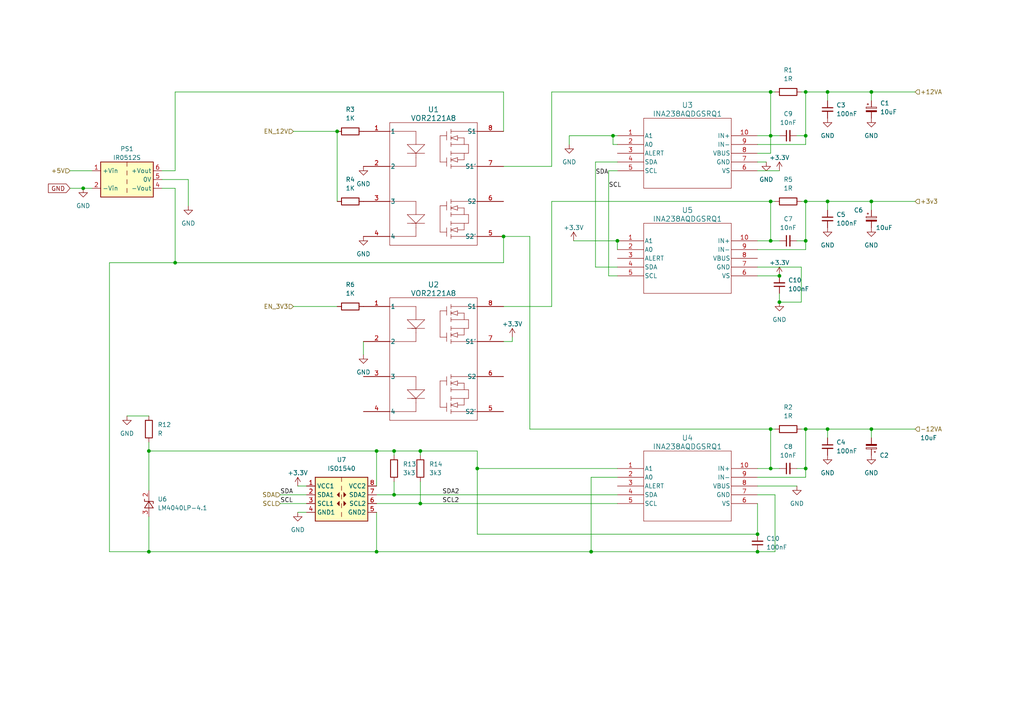
<source format=kicad_sch>
(kicad_sch (version 20230121) (generator eeschema)
  (paper "A4")
  (lib_symbols
    (symbol "Converter_DCDC:IR0512S"
      (property "Reference" "PS1" (at 0 8.89 0))
      (property "Value" "IR0512S" (at 0 6.35 0))
      (symbol "IR0512S_0_0"
        (pin power_in line (at -10.16 2.54 0) (length 2.54) (name "+Vin") (number "1"))
        (pin power_in line (at -10.16 -2.54 0) (length 2.54) (name "-Vin") (number "2"))
        (pin power_out line (at 10.16 -2.54 180) (length 2.54) (name "-Vout") (number "4"))
        (pin power_out line (at 10.16 0 180) (length 2.54) (name "0V") (number "5"))
        (pin power_out line (at 10.16 2.54 180) (length 2.54) (name "+Vout") (number "6"))
      )
      (symbol "IR0512S_0_1"
        (rectangle (start -7.62 5.08) (end 7.62 -5.08) (stroke (width 0.254)) (fill (type background)))
        (polyline (pts (xy 0 -2.54) (xy 0 -3.81)))
        (polyline (pts (xy 0 0) (xy 0 -1.27)))
        (polyline (pts (xy 0 2.54) (xy 0 1.27)))
        (polyline (pts (xy 0 5.08) (xy 0 3.81)))
      )
      (symbol "IR0512S_1_1"
        (pin no_connect line (at 0 -5.08 90) (length 2.54) hide (name "NC") (number "3"))
      )
    )
    (symbol "Device:C_Polarized_Small" (pin_numbers hide) (pin_names (offset 0.254) hide)
      (property "Reference" "C" (at 0.254 1.778 0))
      (property "Value" "C_Polarized_Small" (at 0.254 -2.032 0))
      (symbol "C_Polarized_Small_0_1"
        (rectangle (start -1.524 -0.3048) (end 1.524 -0.6858) (fill (type outline)))
        (rectangle (start -1.524 0.6858) (end 1.524 0.3048))
        (polyline (pts (xy -1.27 1.524) (xy -0.762 1.524)))
        (polyline (pts (xy -1.016 1.27) (xy -1.016 1.778)))
      )
      (symbol "C_Polarized_Small_1_1"
        (pin passive line (at 0 2.54 270) (length 1.8542) (name "~") (number "1"))
        (pin passive line (at 0 -2.54 90) (length 1.8542) (name "~") (number "2"))
      )
    )
    (symbol "Device:C_Small" (pin_numbers hide) (pin_names (offset 0.254) hide)
      (property "Reference" "C" (at 0.254 1.778 0))
      (property "Value" "C_Small" (at 0.254 -2.032 0))
      (symbol "C_Small_0_1"
        (polyline (pts (xy -1.524 -0.508) (xy 1.524 -0.508)) (stroke (width 0.3302)))
        (polyline (pts (xy -1.524 0.508) (xy 1.524 0.508)) (stroke (width 0.3048)))
      )
      (symbol "C_Small_1_1"
        (pin passive line (at 0 2.54 270) (length 2.032) (name "~") (number "1"))
        (pin passive line (at 0 -2.54 90) (length 2.032) (name "~") (number "2"))
      )
    )
    (symbol "Device:R" (pin_numbers hide) (pin_names (offset 0))
      (property "Reference" "R" (at 2.032 0 90))
      (property "Value" "R" (at 0 0 90))
      (symbol "R_0_1"
        (rectangle (start -1.016 -2.54) (end 1.016 2.54) (stroke (width 0.254)))
      )
      (symbol "R_1_1"
        (pin passive line (at 0 3.81 270) (length 1.27) (name "~") (number "1"))
        (pin passive line (at 0 -3.81 90) (length 1.27) (name "~") (number "2"))
      )
    )
    (symbol "Isolator:ISO1540"
      (property "Reference" "U" (at -6.35 6.35 0))
      (property "Value" "ISO1540" (at 3.81 6.35 0))
      (symbol "ISO1540_0_1"
        (rectangle (start -7.62 5.08) (end 7.62 -7.62) (stroke (width 0.254)) (fill (type background)))
        (rectangle (start 0 -5.08) (end 0 -6.35))
        (polyline (pts (xy 0 -2.54) (xy 0 -3.81)))
        (polyline (pts (xy 0 0) (xy 0 -1.27)))
        (polyline (pts (xy 0 2.54) (xy 0 1.27)))
        (polyline (pts (xy 0 5.08) (xy 0 3.81)))
        (polyline (pts (xy -0.635 0.635) (xy -1.27 0) (xy -0.635 -0.635) (xy -0.635 0.635)) (fill (type outline)))
        (polyline (pts (xy 0.635 -1.905) (xy 1.27 -2.54) (xy 0.635 -3.175) (xy 0.635 -1.905)) (fill (type outline)))
        (polyline (pts (xy 0.635 0.635) (xy 1.27 0) (xy 0.635 -0.635) (xy 0.635 0.635)) (fill (type outline)))
      )
      (symbol "ISO1540_1_1"
        (polyline (pts (xy -0.635 -1.905) (xy -1.27 -2.54) (xy -0.635 -3.175) (xy -0.635 -1.905)) (fill (type outline)))
        (pin power_in line (at -10.16 2.54 0) (length 2.54) (name "VCC1") (number "1"))
        (pin bidirectional line (at -10.16 0 0) (length 2.54) (name "SDA1") (number "2"))
        (pin bidirectional line (at -10.16 -2.54 0) (length 2.54) (name "SCL1") (number "3"))
        (pin power_in line (at -10.16 -5.08 0) (length 2.54) (name "GND1") (number "4"))
        (pin power_in line (at 10.16 -5.08 180) (length 2.54) (name "GND2") (number "5"))
        (pin bidirectional line (at 10.16 -2.54 180) (length 2.54) (name "SCL2") (number "6"))
        (pin bidirectional line (at 10.16 0 180) (length 2.54) (name "SDA2") (number "7"))
        (pin power_in line (at 10.16 2.54 180) (length 2.54) (name "VCC2") (number "8"))
      )
    )
    (symbol "Power_Management:INA238AQDGSRQ1" (pin_names (offset 0.254))
      (property "Reference" "U" (at 20.32 10.16 0))
      (property "Value" "INA238AQDGSRQ1" (at 20.32 7.62 0))
      (symbol "INA238AQDGSRQ1_0_1"
        (polyline (pts (xy 7.62 -15.24) (xy 33.02 -15.24)) (stroke (width 0.127)))
        (polyline (pts (xy 7.62 5.08) (xy 7.62 -15.24)) (stroke (width 0.127)))
        (polyline (pts (xy 33.02 -15.24) (xy 33.02 5.08)) (stroke (width 0.127)))
        (polyline (pts (xy 33.02 5.08) (xy 7.62 5.08)) (stroke (width 0.127)))
        (pin input line (at 0 0 0) (length 7.62) (name "A1") (number "1"))
        (pin input line (at 40.64 0 180) (length 7.62) (name "IN+") (number "10"))
        (pin input line (at 0 -2.54 0) (length 7.62) (name "A0") (number "2"))
        (pin output line (at 0 -5.08 0) (length 7.62) (name "ALERT") (number "3"))
        (pin bidirectional line (at 0 -7.62 0) (length 7.62) (name "SDA") (number "4"))
        (pin input line (at 0 -10.16 0) (length 7.62) (name "SCL") (number "5"))
        (pin power_in line (at 40.64 -10.16 180) (length 7.62) (name "VS") (number "6"))
        (pin power_out line (at 40.64 -7.62 180) (length 7.62) (name "GND") (number "7"))
        (pin input line (at 40.64 -5.08 180) (length 7.62) (name "VBUS") (number "8"))
        (pin input line (at 40.64 -2.54 180) (length 7.62) (name "IN-") (number "9"))
      )
    )
    (symbol "Reference_Voltage:LM4040LP-4.1" (pin_names (offset 0.0254) hide)
      (property "Reference" "U" (at 0 2.54 0))
      (property "Value" "LM4040LP-4.1" (at 0 -3.175 0))
      (symbol "LM4040LP-4.1_0_1"
        (polyline (pts (xy -1.27 0) (xy 0 0) (xy 1.27 0)))
        (polyline (pts (xy -1.27 -1.27) (xy 0.635 0) (xy -1.27 1.27) (xy -1.27 -1.27)) (stroke (width 0.2032)))
        (polyline (pts (xy 0 -1.27) (xy 0.635 -1.27) (xy 0.635 1.27) (xy 1.27 1.27)) (stroke (width 0.2032)))
      )
      (symbol "LM4040LP-4.1_1_1"
        (pin passive line (at 3.81 0 180) (length 2.54) (name "K") (number "2"))
        (pin passive line (at -3.81 0 0) (length 2.54) (name "A") (number "3"))
      )
    )
    (symbol "Relay_SolidState:VOR2121A8" (pin_names (offset 0.254))
      (property "Reference" "U" (at 20.32 7.62 0))
      (property "Value" "VOR2121A8" (at 20.32 5.08 0))
      (symbol "VOR2121A8_0_1"
        (polyline (pts (xy 7.62 -33.02) (xy 33.02 -33.02)) (stroke (width 0.127)))
        (polyline (pts (xy 7.62 -30.48) (xy 15.24 -30.48)) (stroke (width 0.127)))
        (polyline (pts (xy 7.62 -20.32) (xy 15.24 -20.32)) (stroke (width 0.127)))
        (polyline (pts (xy 7.62 -10.16) (xy 15.24 -10.16)) (stroke (width 0.127)))
        (polyline (pts (xy 7.62 0) (xy 15.24 0)) (stroke (width 0.127)))
        (polyline (pts (xy 7.62 2.54) (xy 7.62 -33.02)) (stroke (width 0.127)))
        (polyline (pts (xy 12.7 -24.13) (xy 17.78 -24.13)) (stroke (width 0.127)))
        (polyline (pts (xy 12.7 -3.81) (xy 17.78 -3.81)) (stroke (width 0.127)))
        (polyline (pts (xy 15.24 -30.48) (xy 15.24 -27.94)) (stroke (width 0.127)))
        (polyline (pts (xy 15.24 -27.94) (xy 15.24 -26.67)) (stroke (width 0.127)))
        (polyline (pts (xy 15.24 -26.67) (xy 12.7 -26.67)) (stroke (width 0.127)))
        (polyline (pts (xy 15.24 -26.67) (xy 12.7 -24.13)) (stroke (width 0.127)))
        (polyline (pts (xy 15.24 -26.67) (xy 13.97 -26.67)) (stroke (width 0.127)))
        (polyline (pts (xy 15.24 -26.67) (xy 17.78 -26.67)) (stroke (width 0.127)))
        (polyline (pts (xy 15.24 -24.13) (xy 15.24 -20.32)) (stroke (width 0.127)))
        (polyline (pts (xy 15.24 -10.16) (xy 15.24 -7.62)) (stroke (width 0.127)))
        (polyline (pts (xy 15.24 -7.62) (xy 15.24 -6.35)) (stroke (width 0.127)))
        (polyline (pts (xy 15.24 -6.35) (xy 12.7 -6.35)) (stroke (width 0.127)))
        (polyline (pts (xy 15.24 -6.35) (xy 12.7 -3.81)) (stroke (width 0.127)))
        (polyline (pts (xy 15.24 -6.35) (xy 13.97 -6.35)) (stroke (width 0.127)))
        (polyline (pts (xy 15.24 -6.35) (xy 17.78 -6.35)) (stroke (width 0.127)))
        (polyline (pts (xy 15.24 -3.81) (xy 15.24 0)) (stroke (width 0.127)))
        (polyline (pts (xy 17.78 -24.13) (xy 15.24 -26.67)) (stroke (width 0.127)))
        (polyline (pts (xy 17.78 -3.81) (xy 15.24 -6.35)) (stroke (width 0.127)))
        (polyline (pts (xy 22.225 -29.21) (xy 22.225 -21.59)) (stroke (width 0.127)))
        (polyline (pts (xy 22.225 -21.59) (xy 24.13 -21.59)) (stroke (width 0.127)))
        (polyline (pts (xy 22.225 -8.89) (xy 22.225 -1.27)) (stroke (width 0.127)))
        (polyline (pts (xy 22.225 -1.27) (xy 24.13 -1.27)) (stroke (width 0.127)))
        (polyline (pts (xy 24.13 -30.48) (xy 24.13 -27.94)) (stroke (width 0.127)))
        (polyline (pts (xy 24.13 -29.21) (xy 22.225 -29.21)) (stroke (width 0.127)))
        (polyline (pts (xy 24.13 -20.32) (xy 24.13 -22.86)) (stroke (width 0.127)))
        (polyline (pts (xy 24.13 -10.16) (xy 24.13 -7.62)) (stroke (width 0.127)))
        (polyline (pts (xy 24.13 -8.89) (xy 22.225 -8.89)) (stroke (width 0.127)))
        (polyline (pts (xy 24.13 0) (xy 24.13 -2.54)) (stroke (width 0.127)))
        (polyline (pts (xy 25.4 -29.845) (xy 25.4 -31.115)) (stroke (width 0.127)))
        (polyline (pts (xy 25.4 -29.21) (xy 25.4 -27.94)) (stroke (width 0.127)))
        (polyline (pts (xy 25.4 -28.575) (xy 27.305 -27.94)) (stroke (width 0.127)))
        (polyline (pts (xy 25.4 -27.305) (xy 25.4 -26.035)) (stroke (width 0.127)))
        (polyline (pts (xy 25.4 -26.67) (xy 30.48 -26.67)) (stroke (width 0.127)))
        (polyline (pts (xy 25.4 -23.495) (xy 25.4 -24.765)) (stroke (width 0.127)))
        (polyline (pts (xy 25.4 -22.225) (xy 25.4 -22.86)) (stroke (width 0.127)))
        (polyline (pts (xy 25.4 -22.225) (xy 25.4 -21.59)) (stroke (width 0.127)))
        (polyline (pts (xy 25.4 -22.225) (xy 27.305 -21.59)) (stroke (width 0.127)))
        (polyline (pts (xy 25.4 -19.685) (xy 25.4 -20.955)) (stroke (width 0.127)))
        (polyline (pts (xy 25.4 -9.525) (xy 25.4 -10.795)) (stroke (width 0.127)))
        (polyline (pts (xy 25.4 -8.89) (xy 25.4 -7.62)) (stroke (width 0.127)))
        (polyline (pts (xy 25.4 -8.255) (xy 27.305 -7.62)) (stroke (width 0.127)))
        (polyline (pts (xy 25.4 -6.985) (xy 25.4 -5.715)) (stroke (width 0.127)))
        (polyline (pts (xy 25.4 -6.35) (xy 30.48 -6.35)) (stroke (width 0.127)))
        (polyline (pts (xy 25.4 -3.175) (xy 25.4 -4.445)) (stroke (width 0.127)))
        (polyline (pts (xy 25.4 -1.905) (xy 25.4 -2.54)) (stroke (width 0.127)))
        (polyline (pts (xy 25.4 -1.905) (xy 25.4 -1.27)) (stroke (width 0.127)))
        (polyline (pts (xy 25.4 -1.905) (xy 27.305 -1.27)) (stroke (width 0.127)))
        (polyline (pts (xy 25.4 0.635) (xy 25.4 -0.635)) (stroke (width 0.127)))
        (polyline (pts (xy 27.305 -29.21) (xy 25.4 -28.575)) (stroke (width 0.127)))
        (polyline (pts (xy 27.305 -28.575) (xy 29.21 -28.575)) (stroke (width 0.127)))
        (polyline (pts (xy 27.305 -27.94) (xy 27.305 -29.21)) (stroke (width 0.127)))
        (polyline (pts (xy 27.305 -22.86) (xy 25.4 -22.225)) (stroke (width 0.127)))
        (polyline (pts (xy 27.305 -22.225) (xy 29.21 -22.225)) (stroke (width 0.127)))
        (polyline (pts (xy 27.305 -21.59) (xy 27.305 -22.86)) (stroke (width 0.127)))
        (polyline (pts (xy 27.305 -8.89) (xy 25.4 -8.255)) (stroke (width 0.127)))
        (polyline (pts (xy 27.305 -8.255) (xy 29.21 -8.255)) (stroke (width 0.127)))
        (polyline (pts (xy 27.305 -7.62) (xy 27.305 -8.89)) (stroke (width 0.127)))
        (polyline (pts (xy 27.305 -2.54) (xy 25.4 -1.905)) (stroke (width 0.127)))
        (polyline (pts (xy 27.305 -1.905) (xy 29.21 -1.905)) (stroke (width 0.127)))
        (polyline (pts (xy 27.305 -1.27) (xy 27.305 -2.54)) (stroke (width 0.127)))
        (polyline (pts (xy 29.21 -28.575) (xy 29.21 -26.67)) (stroke (width 0.127)))
        (polyline (pts (xy 29.21 -22.225) (xy 29.21 -24.13)) (stroke (width 0.127)))
        (polyline (pts (xy 29.21 -8.255) (xy 29.21 -6.35)) (stroke (width 0.127)))
        (polyline (pts (xy 29.21 -1.905) (xy 29.21 -3.81)) (stroke (width 0.127)))
        (polyline (pts (xy 30.48 -26.67) (xy 30.48 -24.13)) (stroke (width 0.127)))
        (polyline (pts (xy 30.48 -24.13) (xy 25.4 -24.13)) (stroke (width 0.127)))
        (polyline (pts (xy 30.48 -6.35) (xy 30.48 -3.81)) (stroke (width 0.127)))
        (polyline (pts (xy 30.48 -3.81) (xy 25.4 -3.81)) (stroke (width 0.127)))
        (polyline (pts (xy 33.02 -33.02) (xy 33.02 2.54)) (stroke (width 0.127)))
        (polyline (pts (xy 33.02 -30.48) (xy 25.4 -30.48)) (stroke (width 0.127)))
        (polyline (pts (xy 33.02 -20.32) (xy 25.4 -20.32)) (stroke (width 0.127)))
        (polyline (pts (xy 33.02 -10.16) (xy 25.4 -10.16)) (stroke (width 0.127)))
        (polyline (pts (xy 33.02 0) (xy 25.4 0)) (stroke (width 0.127)))
        (polyline (pts (xy 33.02 2.54) (xy 7.62 2.54)) (stroke (width 0.127)))
        (pin unspecified line (at 0 0 0) (length 7.62) (name "1") (number "1"))
        (pin unspecified line (at 0 -10.16 0) (length 7.62) (name "2") (number "2"))
        (pin unspecified line (at 0 -20.32 0) (length 7.62) (name "3") (number "3"))
        (pin unspecified line (at 0 -30.48 0) (length 7.62) (name "4") (number "4"))
        (pin unspecified line (at 40.64 -30.48 180) (length 7.62) (name "S2'") (number "5"))
        (pin bidirectional line (at 40.64 -20.32 180) (length 7.62) (name "S2") (number "6"))
        (pin bidirectional line (at 40.64 -10.16 180) (length 7.62) (name "S1'") (number "7"))
        (pin bidirectional line (at 40.64 0 180) (length 7.62) (name "S1") (number "8"))
      )
    )
    (symbol "power:+3.3V" (power) (pin_names (offset 0))
      (property "Value" "+3.3V" (at 0 3.556 0))
      (symbol "+3.3V_0_1"
        (polyline (pts (xy -0.762 1.27) (xy 0 2.54)))
        (polyline (pts (xy 0 0) (xy 0 2.54)))
        (polyline (pts (xy 0 2.54) (xy 0.762 1.27)))
      )
      (symbol "+3.3V_1_1"
        (pin power_in line (at 0 0 90) (length 0) hide (name "+3.3V") (number "1"))
      )
    )
    (symbol "power:GND" (power) (pin_names (offset 0))
      (property "Value" "GND" (at 0 -3.81 0))
      (symbol "GND_0_1"
        (polyline (pts (xy 0 0) (xy 0 -1.27) (xy 1.27 -1.27) (xy 0 -2.54) (xy -1.27 -1.27) (xy 0 -1.27)))
      )
      (symbol "GND_1_1"
        (pin power_in line (at 0 0 270) (length 0) hide (name "GND") (number "1"))
      )
    )
  )
  (junction (at 226.06 87.63))
  (junction (at 223.52 124.46))
  (junction (at 179.07 69.85))
  (junction (at 219.71 160.02))
  (junction (at 121.92 146.05))
  (junction (at 219.71 154.94))
  (junction (at 138.43 135.89))
  (junction (at 114.3 143.51))
  (junction (at 240.03 58.42))
  (junction (at 233.68 69.85))
  (junction (at 109.22 160.02))
  (junction (at 223.52 39.37))
  (junction (at 109.22 130.81))
  (junction (at 223.52 58.42))
  (junction (at 233.68 135.89))
  (junction (at 233.68 124.46))
  (junction (at 146.05 68.58))
  (junction (at 252.73 124.46))
  (junction (at 252.73 26.67))
  (junction (at 240.03 124.46))
  (junction (at 233.68 39.37))
  (junction (at 233.68 58.42))
  (junction (at 240.03 26.67))
  (junction (at 171.45 160.02))
  (junction (at 121.92 130.81))
  (junction (at 252.73 58.42))
  (junction (at 43.18 130.81))
  (junction (at 43.18 160.02))
  (junction (at 223.52 135.89))
  (junction (at 50.8 76.2))
  (junction (at 97.79 38.1))
  (junction (at 233.68 26.67))
  (junction (at 24.13 54.61))
  (junction (at 177.8 39.37))
  (junction (at 226.06 80.01))
  (junction (at 223.52 69.85))
  (junction (at 114.3 130.81))
  (junction (at 223.52 26.67))
  (wire (pts (xy 146.05 48.26) (xy 160.02 48.26)))
  (wire (pts (xy 233.68 26.67) (xy 233.68 39.37)))
  (wire (pts (xy 171.45 138.43) (xy 171.45 160.02)))
  (wire (pts (xy 232.41 124.46) (xy 233.68 124.46)))
  (wire (pts (xy 219.71 146.05) (xy 219.71 154.94)))
  (wire (pts (xy 252.73 26.67) (xy 265.43 26.67)))
  (wire (pts (xy 31.75 76.2) (xy 31.75 160.02)))
  (wire (pts (xy 223.52 26.67) (xy 223.52 39.37)))
  (wire (pts (xy 121.92 146.05) (xy 121.92 139.7)))
  (wire (pts (xy 165.1 41.91) (xy 165.1 39.37)))
  (wire (pts (xy 85.09 38.1) (xy 97.79 38.1)))
  (wire (pts (xy 138.43 135.89) (xy 138.43 130.81)))
  (wire (pts (xy 20.32 49.53) (xy 26.67 49.53)))
  (wire (pts (xy 172.72 77.47) (xy 179.07 77.47)))
  (wire (pts (xy 146.05 68.58) (xy 153.67 68.58)))
  (wire (pts (xy 177.8 41.91) (xy 179.07 41.91)))
  (wire (pts (xy 177.8 39.37) (xy 179.07 39.37)))
  (wire (pts (xy 223.52 39.37) (xy 226.06 39.37)))
  (wire (pts (xy 176.53 80.01) (xy 179.07 80.01)))
  (wire (pts (xy 121.92 146.05) (xy 179.07 146.05)))
  (wire (pts (xy 232.41 77.47) (xy 219.71 77.47)))
  (wire (pts (xy 86.36 140.97) (xy 88.9 140.97)))
  (wire (pts (xy 43.18 130.81) (xy 109.22 130.81)))
  (wire (pts (xy 172.72 46.99) (xy 179.07 46.99)))
  (wire (pts (xy 233.68 39.37) (xy 233.68 41.91)))
  (wire (pts (xy 240.03 26.67) (xy 240.03 29.21)))
  (wire (pts (xy 138.43 130.81) (xy 121.92 130.81)))
  (wire (pts (xy 160.02 48.26) (xy 160.02 26.67)))
  (wire (pts (xy 231.14 69.85) (xy 233.68 69.85)))
  (wire (pts (xy 223.52 69.85) (xy 226.06 69.85)))
  (wire (pts (xy 219.71 69.85) (xy 223.52 69.85)))
  (wire (pts (xy 232.41 26.67) (xy 233.68 26.67)))
  (wire (pts (xy 148.59 99.06) (xy 146.05 99.06)))
  (wire (pts (xy 240.03 58.42) (xy 252.73 58.42)))
  (wire (pts (xy 50.8 54.61) (xy 50.8 76.2)))
  (wire (pts (xy 240.03 124.46) (xy 252.73 124.46)))
  (wire (pts (xy 97.79 88.9) (xy 85.09 88.9)))
  (wire (pts (xy 231.14 39.37) (xy 233.68 39.37)))
  (wire (pts (xy 153.67 68.58) (xy 153.67 124.46)))
  (wire (pts (xy 153.67 124.46) (xy 223.52 124.46)))
  (wire (pts (xy 223.52 58.42) (xy 224.79 58.42)))
  (wire (pts (xy 160.02 58.42) (xy 223.52 58.42)))
  (wire (pts (xy 176.53 49.53) (xy 176.53 80.01)))
  (wire (pts (xy 114.3 130.81) (xy 109.22 130.81)))
  (wire (pts (xy 252.73 127) (xy 252.73 124.46)))
  (wire (pts (xy 233.68 58.42) (xy 240.03 58.42)))
  (wire (pts (xy 176.53 49.53) (xy 179.07 49.53)))
  (wire (pts (xy 160.02 26.67) (xy 223.52 26.67)))
  (wire (pts (xy 146.05 26.67) (xy 146.05 38.1)))
  (wire (pts (xy 240.03 124.46) (xy 240.03 127)))
  (wire (pts (xy 219.71 143.51) (xy 224.79 143.51)))
  (wire (pts (xy 50.8 26.67) (xy 146.05 26.67)))
  (wire (pts (xy 232.41 87.63) (xy 226.06 87.63)))
  (wire (pts (xy 219.71 46.99) (xy 222.25 46.99)))
  (wire (pts (xy 121.92 130.81) (xy 114.3 130.81)))
  (wire (pts (xy 240.03 58.42) (xy 240.03 60.96)))
  (wire (pts (xy 166.37 69.85) (xy 179.07 69.85)))
  (wire (pts (xy 240.03 26.67) (xy 252.73 26.67)))
  (wire (pts (xy 223.52 124.46) (xy 223.52 135.89)))
  (wire (pts (xy 114.3 143.51) (xy 114.3 139.7)))
  (wire (pts (xy 146.05 76.2) (xy 146.05 68.58)))
  (wire (pts (xy 219.71 154.94) (xy 138.43 154.94)))
  (wire (pts (xy 223.52 135.89) (xy 226.06 135.89)))
  (wire (pts (xy 50.8 54.61) (xy 46.99 54.61)))
  (wire (pts (xy 223.52 39.37) (xy 219.71 39.37)))
  (wire (pts (xy 219.71 135.89) (xy 223.52 135.89)))
  (wire (pts (xy 172.72 46.99) (xy 172.72 77.47)))
  (wire (pts (xy 121.92 132.08) (xy 121.92 130.81)))
  (wire (pts (xy 109.22 160.02) (xy 109.22 148.59)))
  (wire (pts (xy 109.22 143.51) (xy 114.3 143.51)))
  (wire (pts (xy 43.18 128.27) (xy 43.18 130.81)))
  (wire (pts (xy 114.3 132.08) (xy 114.3 130.81)))
  (wire (pts (xy 233.68 124.46) (xy 233.68 135.89)))
  (wire (pts (xy 138.43 135.89) (xy 179.07 135.89)))
  (wire (pts (xy 226.06 85.09) (xy 226.06 87.63)))
  (wire (pts (xy 223.52 124.46) (xy 224.79 124.46)))
  (wire (pts (xy 233.68 124.46) (xy 240.03 124.46)))
  (wire (pts (xy 54.61 52.07) (xy 54.61 59.69)))
  (wire (pts (xy 171.45 160.02) (xy 109.22 160.02)))
  (wire (pts (xy 233.68 135.89) (xy 233.68 138.43)))
  (wire (pts (xy 252.73 124.46) (xy 265.43 124.46)))
  (wire (pts (xy 219.71 49.53) (xy 226.06 49.53)))
  (wire (pts (xy 219.71 72.39) (xy 233.68 72.39)))
  (wire (pts (xy 160.02 58.42) (xy 160.02 88.9)))
  (wire (pts (xy 252.73 60.96) (xy 252.73 58.42)))
  (wire (pts (xy 219.71 160.02) (xy 171.45 160.02)))
  (wire (pts (xy 219.71 44.45) (xy 223.52 44.45)))
  (wire (pts (xy 148.59 97.79) (xy 148.59 99.06)))
  (wire (pts (xy 177.8 39.37) (xy 177.8 41.91)))
  (wire (pts (xy 179.07 69.85) (xy 179.07 72.39)))
  (wire (pts (xy 219.71 138.43) (xy 233.68 138.43)))
  (wire (pts (xy 252.73 26.67) (xy 252.73 29.21)))
  (wire (pts (xy 43.18 160.02) (xy 109.22 160.02)))
  (wire (pts (xy 81.28 146.05) (xy 88.9 146.05)))
  (wire (pts (xy 97.79 38.1) (xy 97.79 58.42)))
  (wire (pts (xy 233.68 41.91) (xy 219.71 41.91)))
  (wire (pts (xy 105.41 99.06) (xy 105.41 102.87)))
  (wire (pts (xy 20.32 54.61) (xy 24.13 54.61)))
  (wire (pts (xy 233.68 26.67) (xy 240.03 26.67)))
  (wire (pts (xy 50.8 76.2) (xy 146.05 76.2)))
  (wire (pts (xy 31.75 76.2) (xy 50.8 76.2)))
  (wire (pts (xy 81.28 143.51) (xy 88.9 143.51)))
  (wire (pts (xy 233.68 58.42) (xy 232.41 58.42)))
  (wire (pts (xy 109.22 140.97) (xy 109.22 130.81)))
  (wire (pts (xy 233.68 72.39) (xy 233.68 69.85)))
  (wire (pts (xy 224.79 26.67) (xy 223.52 26.67)))
  (wire (pts (xy 224.79 160.02) (xy 219.71 160.02)))
  (wire (pts (xy 231.14 135.89) (xy 233.68 135.89)))
  (wire (pts (xy 223.52 39.37) (xy 223.52 44.45)))
  (wire (pts (xy 179.07 138.43) (xy 171.45 138.43)))
  (wire (pts (xy 165.1 39.37) (xy 177.8 39.37)))
  (wire (pts (xy 109.22 146.05) (xy 121.92 146.05)))
  (wire (pts (xy 233.68 58.42) (xy 233.68 69.85)))
  (wire (pts (xy 232.41 87.63) (xy 232.41 77.47)))
  (wire (pts (xy 50.8 49.53) (xy 50.8 26.67)))
  (wire (pts (xy 219.71 80.01) (xy 226.06 80.01)))
  (wire (pts (xy 36.83 120.65) (xy 43.18 120.65)))
  (wire (pts (xy 86.36 148.59) (xy 88.9 148.59)))
  (wire (pts (xy 50.8 49.53) (xy 46.99 49.53)))
  (wire (pts (xy 219.71 140.97) (xy 231.14 140.97)))
  (wire (pts (xy 24.13 54.61) (xy 26.67 54.61)))
  (wire (pts (xy 43.18 130.81) (xy 43.18 142.24)))
  (wire (pts (xy 31.75 160.02) (xy 43.18 160.02)))
  (wire (pts (xy 223.52 58.42) (xy 223.52 69.85)))
  (wire (pts (xy 43.18 149.86) (xy 43.18 160.02)))
  (wire (pts (xy 224.79 143.51) (xy 224.79 160.02)))
  (wire (pts (xy 160.02 88.9) (xy 146.05 88.9)))
  (wire (pts (xy 54.61 52.07) (xy 46.99 52.07)))
  (wire (pts (xy 114.3 143.51) (xy 179.07 143.51)))
  (wire (pts (xy 252.73 58.42) (xy 265.43 58.42)))
  (wire (pts (xy 138.43 154.94) (xy 138.43 135.89)))
  (label "SDA" (at 172.72 50.8 0))
  (label "SCL" (at 176.53 54.61 0))
  (label "SCL" (at 81.28 146.05 0))
  (label "SCL2" (at 128.27 146.05 0))
  (label "SDA" (at 81.28 143.51 0))
  (label "SDA2" (at 128.27 143.51 0))
  (global_label "GND" (shape input) (at 20.32 54.61 180) (property "Intersheetrefs" "${INTERSHEET_REFS}" (effects hide)))
  (hierarchical_label "+3v3" (shape input) (at 265.43 58.42 0))
  (hierarchical_label "SDA" (shape input) (at 81.28 143.51 180))
  (hierarchical_label "+12VA" (shape input) (at 265.43 26.67 0))
  (hierarchical_label "EN_12V" (shape input) (at 85.09 38.1 180))
  (hierarchical_label "+5V" (shape input) (at 20.32 49.53 180))
  (hierarchical_label "SCL" (shape input) (at 81.28 146.05 180))
  (hierarchical_label "EN_3V3" (shape input) (at 85.09 88.9 180))
  (hierarchical_label "-12VA" (shape input) (at 265.43 124.46 0))
  (symbol (lib_id "Power_Management:INA238AQDGSRQ1") (at 179.07 135.89 0) (unit 1)
    (property "Reference" "U4" (at 199.39 127 0) (effects (font (size 1.524 1.524))))
    (property "Value" "INA238AQDGSRQ1" (at 199.39 129.54 0) (effects (font (size 1.524 1.524))))
    (property "Footprint" "Package_SO:VSSOP-10_3x3mm_P0.5mm" (effects hide))
    (property "Datasheet" "INA238AQDGSRQ1" (effects hide))
  )
  (symbol (lib_id "Device:C_Small") (at 228.6 39.37 90) (unit 1)
    (property "Reference" "C9" (at 228.6063 33.02 90))
    (property "Value" "10nF" (at 228.6063 35.56 90))
    (instances (project "EGSE" (path "" (reference "C9") (unit 1)) (path "" (reference "C3") (unit 1))))
  )
  (symbol (lib_id "Device:R") (at 228.6 124.46 90) (unit 1)
    (property "Reference" "R2" (at 228.6 118.11 90))
    (property "Value" "1R" (at 228.6 120.65 90))
  )
  (symbol (lib_id "power:GND") (at 105.41 102.87 0) (unit 1)
    (property "Reference" "#PWR03" (effects hide))
    (property "Value" "GND" (at 105.41 107.95 0))
    (instances (project "EGSE" (path "" (reference "#PWR03") (unit 1)) (path "" (reference "#PWR08") (unit 1))))
  )
  (symbol (lib_id "Device:R") (at 101.6 88.9 90) (unit 1)
    (property "Reference" "R6" (at 101.6 82.55 90))
    (property "Value" "1K" (at 101.6 85.09 90))
    (instances (project "EGSE" (path "" (reference "R6") (unit 1)) (path "" (reference "R4") (unit 1))))
  )
  (symbol (lib_id "power:GND") (at 86.36 148.59 0) (unit 1)
    (property "Reference" "#PWR03" (effects hide))
    (property "Value" "GND" (at 86.36 153.67 0))
    (instances (project "EGSE" (path "" (reference "#PWR03") (unit 1)) (path "" (reference "#PWR026") (unit 1))))
  )
  (symbol (lib_id "Relay_SolidState:VOR2121A8") (at 105.41 88.9 0) (unit 1)
    (property "Reference" "U2" (at 125.73 82.55 0) (effects (font (size 1.524 1.524))))
    (property "Value" "VOR2121A8" (at 125.73 85.09 0) (effects (font (size 1.524 1.524))))
    (property "Footprint" "Package_DIP:DIP-8_W7.62mm" (effects hide))
    (property "Datasheet" "VOR2121A8" (effects hide))
  )
  (symbol (lib_id "Device:C_Small") (at 219.71 157.48 180) (unit 1)
    (property "Reference" "C10" (at 222.25 156.2036 0) (effects (justify right)))
    (property "Value" "100nF" (at 222.25 158.7436 0) (effects (justify right)))
    (instances (project "EGSE" (path "" (reference "C10") (unit 1)) (path "" (reference "C11") (unit 1))))
  )
  (symbol (lib_id "Device:C_Small") (at 226.06 82.55 180) (unit 1)
    (property "Reference" "C10" (at 228.6 81.2736 0) (effects (justify right)))
    (property "Value" "100nF" (at 228.6 83.8136 0) (effects (justify right)))
    (instances (project "EGSE" (path "" (reference "C10") (unit 1)) (path "" (reference "C1") (unit 1))))
  )
  (symbol (lib_id "Device:C_Small") (at 240.03 129.54 0) (unit 1)
    (property "Reference" "C4" (at 242.57 128.2763 0) (effects (justify left)))
    (property "Value" "100nF" (at 242.57 130.8163 0) (effects (justify left)))
  )
  (symbol (lib_id "Device:R") (at 101.6 58.42 90) (unit 1)
    (property "Reference" "R4" (at 101.6 52.07 90))
    (property "Value" "1K" (at 101.6 54.61 90))
    (instances (project "EGSE" (path "" (reference "R4") (unit 1)) (path "" (reference "R3") (unit 1))))
  )
  (symbol (lib_id "power:+3.3V") (at 86.36 140.97 0) (unit 1)
    (property "Reference" "#PWR015" (effects hide))
    (property "Value" "+3.3V" (at 86.36 137.16 0))
    (instances (project "EGSE" (path "" (reference "#PWR015") (unit 1)) (path "" (reference "#PWR027") (unit 1))))
  )
  (symbol (lib_id "Device:C_Polarized_Small") (at 252.73 31.75 0) (unit 1)
    (property "Reference" "C1" (at 255.27 29.9339 0) (effects (justify left)))
    (property "Value" "10uF" (at 255.27 32.4739 0) (effects (justify left)))
    (instances (project "EGSE" (path "" (reference "C1") (unit 1)) (path "" (reference "C9") (unit 1))))
  )
  (symbol (lib_id "Device:R") (at 114.3 135.89 0) (unit 1)
    (property "Reference" "R13" (at 116.84 134.62 0) (effects (justify left)))
    (property "Value" "3k3" (at 116.84 137.16 0) (effects (justify left)))
  )
  (symbol (lib_id "power:GND") (at 36.83 120.65 0) (unit 1)
    (property "Reference" "#PWR03" (effects hide))
    (property "Value" "GND" (at 36.83 125.73 0))
    (instances (project "EGSE" (path "" (reference "#PWR03") (unit 1)) (path "" (reference "#PWR025") (unit 1))))
  )
  (symbol (lib_id "power:GND") (at 24.13 54.61 0) (unit 1)
    (property "Reference" "#PWR08" (effects hide))
    (property "Value" "GND" (at 24.13 59.69 0))
    (instances (project "EGSE" (path "" (reference "#PWR08") (unit 1)) (path "" (reference "#PWR02") (unit 1))))
  )
  (symbol (lib_id "power:GND") (at 222.25 46.99 0) (unit 1)
    (property "Reference" "#PWR06" (effects hide))
    (property "Value" "GND" (at 222.25 52.07 0))
    (instances (project "EGSE" (path "" (reference "#PWR06") (unit 1)) (path "" (reference "#PWR015") (unit 1))))
  )
  (symbol (lib_id "Device:R") (at 101.6 38.1 90) (unit 1)
    (property "Reference" "R3" (at 101.6 31.75 90))
    (property "Value" "1K" (at 101.6 34.29 90))
    (instances (project "EGSE" (path "" (reference "R3") (unit 1)) (path "" (reference "R1") (unit 1))))
  )
  (symbol (lib_id "power:GND") (at 252.73 66.04 0) (unit 1)
    (property "Reference" "#PWR022" (effects hide))
    (property "Value" "GND" (at 252.73 71.12 0))
    (instances (project "EGSE" (path "" (reference "#PWR022") (unit 1)) (path "" (reference "#PWR024") (unit 1))))
  )
  (symbol (lib_id "Device:C_Small") (at 240.03 31.75 0) (unit 1)
    (property "Reference" "C3" (at 242.57 30.4863 0) (effects (justify left)))
    (property "Value" "100nF" (at 242.57 33.0263 0) (effects (justify left)))
    (instances (project "EGSE" (path "" (reference "C3") (unit 1)) (path "" (reference "C6") (unit 1))))
  )
  (symbol (lib_id "Device:C_Small") (at 228.6 69.85 90) (unit 1)
    (property "Reference" "C7" (at 228.6063 63.5 90))
    (property "Value" "10nF" (at 228.6063 66.04 90))
    (instances (project "EGSE" (path "" (reference "C7") (unit 1)) (path "" (reference "C5") (unit 1))))
  )
  (symbol (lib_id "Power_Management:INA238AQDGSRQ1") (at 179.07 39.37 0) (unit 1)
    (property "Reference" "U3" (at 199.39 30.48 0) (effects (font (size 1.524 1.524))))
    (property "Value" "INA238AQDGSRQ1" (at 199.39 33.02 0) (effects (font (size 1.524 1.524))))
    (property "Footprint" "Package_SO:VSSOP-10_3x3mm_P0.5mm" (effects hide))
    (property "Datasheet" "INA238AQDGSRQ1" (effects hide))
  )
  (symbol (lib_id "power:GND") (at 54.61 59.69 0) (unit 1)
    (property "Reference" "#PWR09" (effects hide))
    (property "Value" "GND" (at 54.61 64.77 0))
    (instances (project "EGSE" (path "" (reference "#PWR09") (unit 1)) (path "" (reference "#PWR03") (unit 1))))
  )
  (symbol (lib_id "power:+3.3V") (at 148.59 97.79 0) (unit 1)
    (property "Reference" "#PWR020" (effects hide))
    (property "Value" "+3.3V" (at 148.59 93.98 0))
    (instances (project "EGSE" (path "" (reference "#PWR020") (unit 1)) (path "" (reference "#PWR09") (unit 1))))
  )
  (symbol (lib_id "Device:C_Polarized_Small") (at 252.73 63.5 0) (unit 1)
    (property "Reference" "C6" (at 247.65 60.96 0) (effects (justify left)))
    (property "Value" "10uF" (at 254 66.04 0) (effects (justify left)))
    (instances (project "EGSE" (path "" (reference "C6") (unit 1)) (path "" (reference "C10") (unit 1))))
  )
  (symbol (lib_id "Device:R") (at 228.6 26.67 90) (unit 1)
    (property "Reference" "R1" (at 228.6 20.32 90))
    (property "Value" "1R" (at 228.6 22.86 90))
    (instances (project "EGSE" (path "" (reference "R1") (unit 1)) (path "" (reference "R5") (unit 1))))
  )
  (symbol (lib_id "power:GND") (at 252.73 34.29 0) (unit 1)
    (property "Reference" "#PWR011" (effects hide))
    (property "Value" "GND" (at 252.73 39.37 0))
    (instances (project "EGSE" (path "" (reference "#PWR011") (unit 1)) (path "" (reference "#PWR023") (unit 1))))
  )
  (symbol (lib_id "Device:R") (at 228.6 58.42 90) (unit 1)
    (property "Reference" "R5" (at 228.6 52.07 90))
    (property "Value" "1R" (at 228.6 54.61 90))
    (instances (project "EGSE" (path "" (reference "R5") (unit 1)) (path "" (reference "R6") (unit 1))))
  )
  (symbol (lib_id "power:GND") (at 252.73 132.08 0) (unit 1)
    (property "Reference" "#PWR013" (effects hide))
    (property "Value" "GND" (at 252.73 137.16 0))
    (instances (project "EGSE" (path "" (reference "#PWR013") (unit 1)) (path "" (reference "#PWR016") (unit 1))))
  )
  (symbol (lib_id "Device:R") (at 43.18 124.46 0) (unit 1)
    (property "Reference" "R12" (at 45.72 123.19 0) (effects (justify left)))
    (property "Value" "R" (at 45.72 125.73 0) (effects (justify left)))
  )
  (symbol (lib_id "power:+3.3V") (at 226.06 49.53 0) (unit 1)
    (property "Reference" "#PWR015" (effects hide))
    (property "Value" "+3.3V" (at 226.06 45.72 0))
    (instances (project "EGSE" (path "" (reference "#PWR015") (unit 1)) (path "" (reference "#PWR017") (unit 1))))
  )
  (symbol (lib_id "Power_Management:INA238AQDGSRQ1") (at 179.07 69.85 0) (unit 1)
    (property "Reference" "U5" (at 199.39 60.96 0) (effects (font (size 1.524 1.524))))
    (property "Value" "INA238AQDGSRQ1" (at 199.39 63.5 0) (effects (font (size 1.524 1.524))))
    (property "Footprint" "Package_SO:VSSOP-10_3x3mm_P0.5mm" (effects hide))
    (property "Datasheet" "INA238AQDGSRQ1" (effects hide))
  )
  (symbol (lib_id "power:GND") (at 231.14 140.97 0) (unit 1)
    (property "Reference" "#PWR012" (effects hide))
    (property "Value" "GND" (at 231.14 146.05 0))
    (instances (project "EGSE" (path "" (reference "#PWR012") (unit 1)) (path "" (reference "#PWR04") (unit 1))))
  )
  (symbol (lib_id "power:GND") (at 226.06 87.63 0) (unit 1)
    (property "Reference" "#PWR05" (effects hide))
    (property "Value" "GND" (at 226.06 92.71 0))
    (instances (project "EGSE" (path "" (reference "#PWR05") (unit 1)) (path "" (reference "#PWR020") (unit 1))))
  )
  (symbol (lib_id "power:GND") (at 105.41 48.26 0) (unit 1)
    (property "Reference" "#PWR01" (effects hide))
    (property "Value" "GND" (at 105.41 53.34 0))
    (instances (project "EGSE" (path "" (reference "#PWR01") (unit 1)) (path "" (reference "#PWR05") (unit 1))))
  )
  (symbol (lib_id "Device:C_Small") (at 228.6 135.89 90) (unit 1)
    (property "Reference" "C8" (at 228.6063 129.54 90))
    (property "Value" "10nF" (at 228.6063 132.08 90))
    (instances (project "EGSE" (path "" (reference "C8") (unit 1)) (path "" (reference "C2") (unit 1))))
  )
  (symbol (lib_id "power:GND") (at 105.41 68.58 0) (unit 1)
    (property "Reference" "#PWR02" (effects hide))
    (property "Value" "GND" (at 105.41 73.66 0))
    (instances (project "EGSE" (path "" (reference "#PWR02") (unit 1)) (path "" (reference "#PWR06") (unit 1))))
  )
  (symbol (lib_id "power:+3.3V") (at 166.37 69.85 0) (unit 1)
    (property "Reference" "#PWR026" (effects hide))
    (property "Value" "+3.3V" (at 166.37 66.04 0))
    (instances (project "EGSE" (path "" (reference "#PWR026") (unit 1)) (path "" (reference "#PWR011") (unit 1))))
  )
  (symbol (lib_id "power:GND") (at 240.03 132.08 0) (unit 1)
    (property "Reference" "#PWR012" (effects hide))
    (property "Value" "GND" (at 240.03 137.16 0))
    (instances (project "EGSE" (path "" (reference "#PWR012") (unit 1)) (path "" (reference "#PWR013") (unit 1))))
  )
  (symbol (lib_id "power:GND") (at 240.03 34.29 0) (unit 1)
    (property "Reference" "#PWR010" (effects hide))
    (property "Value" "GND" (at 240.03 39.37 0))
    (instances (project "EGSE" (path "" (reference "#PWR010") (unit 1)) (path "" (reference "#PWR021") (unit 1))))
  )
  (symbol (lib_id "Device:R") (at 121.92 135.89 0) (unit 1)
    (property "Reference" "R14" (at 124.46 134.62 0) (effects (justify left)))
    (property "Value" "3k3" (at 124.46 137.16 0) (effects (justify left)))
  )
  (symbol (lib_id "power:GND") (at 165.1 41.91 0) (unit 1)
    (property "Reference" "#PWR023" (effects hide))
    (property "Value" "GND" (at 165.1 46.99 0))
    (instances (project "EGSE" (path "" (reference "#PWR023") (unit 1)) (path "" (reference "#PWR010") (unit 1))))
  )
  (symbol (lib_id "Reference_Voltage:LM4040LP-4.1") (at 43.18 146.05 90) (unit 1)
    (property "Reference" "U6" (at 45.72 144.78 90) (effects (justify right)))
    (property "Value" "LM4040LP-4.1" (at 45.72 147.32 90) (effects (justify right)))
    (property "Footprint" "Package_TO_SOT_THT:TO-92_Inline" (effects hide))
    (property "Datasheet" "http://www.ti.com/lit/ds/symlink/lm4040-n.pdf" (effects hide))
  )
  (symbol (lib_id "Isolator:ISO1540") (at 99.06 143.51 0) (unit 1)
    (property "Reference" "U7" (at 99.06 133.35 0))
    (property "Value" "ISO1540" (at 99.06 135.89 0))
    (property "Footprint" "Package_SO:SOIC-8_3.9x4.9mm_P1.27mm" (effects hide))
    (property "Datasheet" "http://www.ti.com/lit/ds/symlink/iso1541.pdf" (effects hide))
  )
  (symbol (lib_id "Device:C_Polarized_Small") (at 252.73 129.54 180) (unit 1)
    (property "Reference" "C2" (at 257.81 132.08 0) (effects (justify left)))
    (property "Value" "10uF" (at 271.78 127 0) (effects (justify left)))
    (instances (project "EGSE" (path "" (reference "C2") (unit 1)) (path "" (reference "C8") (unit 1))))
  )
  (symbol (lib_id "Converter_DCDC:IR0512S") (at 36.83 52.07 0) (unit 1)
    (property "Reference" "PS1" (at 36.83 43.18 0))
    (property "Value" "IR0512S" (at 36.83 45.72 0))
    (property "Footprint" "Converter_DCDC:Converter_DCDC_XP_POWER-IAxxxxD_THT" (effects hide))
    (property "Datasheet" "https://www.xppower.com/pdfs/SF_IA.pdf" (effects hide))
  )
  (symbol (lib_id "Device:C_Small") (at 240.03 63.5 0) (unit 1)
    (property "Reference" "C5" (at 242.57 62.2363 0) (effects (justify left)))
    (property "Value" "100nF" (at 242.57 64.7763 0) (effects (justify left)))
    (instances (project "EGSE" (path "" (reference "C5") (unit 1)) (path "" (reference "C7") (unit 1))))
  )
  (symbol (lib_id "power:+3.3V") (at 226.06 80.01 0) (unit 1)
    (property "Reference" "#PWR017" (effects hide))
    (property "Value" "+3.3V" (at 226.06 76.2 0))
    (instances (project "EGSE" (path "" (reference "#PWR017") (unit 1)) (path "" (reference "#PWR019") (unit 1))))
  )
  (symbol (lib_id "power:GND") (at 240.03 66.04 0) (unit 1)
    (property "Reference" "#PWR021" (effects hide))
    (property "Value" "GND" (at 240.03 71.12 0))
    (instances (project "EGSE" (path "" (reference "#PWR021") (unit 1)) (path "" (reference "#PWR022") (unit 1))))
  )
  (symbol (lib_id "Relay_SolidState:VOR2121A8") (at 105.41 38.1 0) (unit 1)
    (property "Reference" "U1" (at 125.73 31.75 0) (effects (font (size 1.524 1.524))))
    (property "Value" "VOR2121A8" (at 125.73 34.29 0) (effects (font (size 1.524 1.524))))
    (property "Footprint" "Package_DIP:DIP-8_W7.62mm" (effects hide))
    (property "Datasheet" "VOR2121A8" (effects hide))
  )
)
</source>
